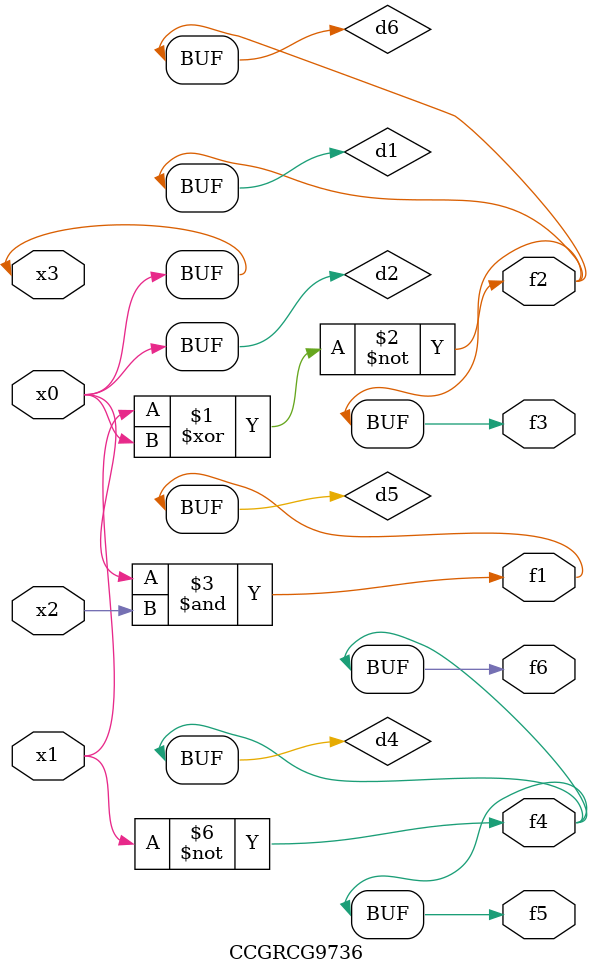
<source format=v>
module CCGRCG9736(
	input x0, x1, x2, x3,
	output f1, f2, f3, f4, f5, f6
);

	wire d1, d2, d3, d4, d5, d6;

	xnor (d1, x1, x3);
	buf (d2, x0, x3);
	nand (d3, x0, x2);
	not (d4, x1);
	nand (d5, d3);
	or (d6, d1);
	assign f1 = d5;
	assign f2 = d6;
	assign f3 = d6;
	assign f4 = d4;
	assign f5 = d4;
	assign f6 = d4;
endmodule

</source>
